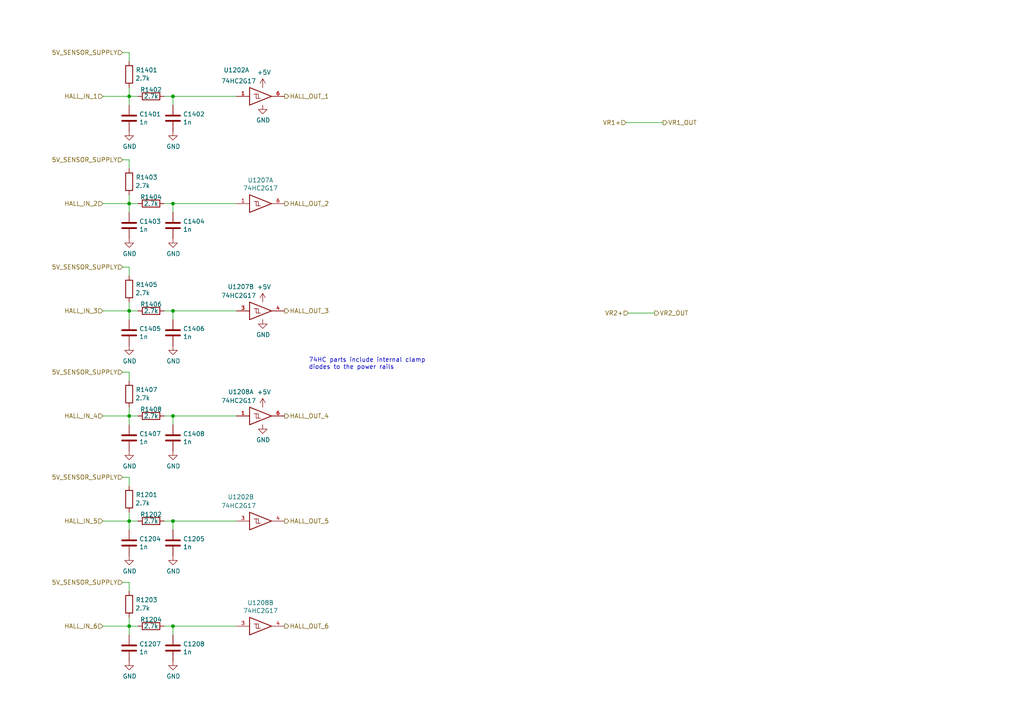
<source format=kicad_sch>
(kicad_sch (version 20211123) (generator eeschema)
  (paper "A4")
  (title_block (title "rusEfi Proteus") (date "2022-04-09") (rev "v0.7") (company "rusEFI") (comment 1 "github.com/mck1117/proteus") (comment 2 "rusefi.com/s/proteus"))
  (lib_symbols
    (symbol "74xGxx:74LVC2G17" (pin_names (offset 1.016))
      (property "Reference" "U" (at -2.54 3.81 0))
      (property "Value" "74LVC2G17" (at 0 -3.81 0))
      (symbol "74LVC2G17_0_1"
        (polyline (pts (xy -1.905 0.635) (xy -1.27 0.635) (xy -1.27 -0.635)))
        (polyline (pts (xy -3.81 2.54) (xy -3.81 -2.54) (xy 2.54 0) (xy -3.81 2.54)) (stroke (width 0.254)))
        (polyline (pts (xy -2.54 0.635) (xy -1.905 0.635) (xy -1.905 -0.635) (xy -0.635 -0.635)))
        (pin power_in line (at 0 -2.54 270) (length 0) hide (name "GND") (number "2"))
        (pin power_in line (at 0 2.54 90) (length 0) hide (name "VCC") (number "5"))
      )
      (symbol "74LVC2G17_1_1"
        (pin input line (at -7.62 0 0) (length 3.81) (name "~") (number "1"))
        (pin output line (at 6.35 0 180) (length 3.81) (name "~") (number "6"))
      )
      (symbol "74LVC2G17_2_1"
        (pin input line (at -7.62 0 0) (length 3.81) (name "~") (number "3"))
        (pin output line (at 6.35 0 180) (length 3.81) (name "~") (number "4"))
      )
    )
    (symbol "Device:C" (pin_numbers hide) (pin_names (offset 0.254))
      (property "Reference" "C" (at 0.635 2.54 0))
      (property "Value" "C" (at 0.635 -2.54 0))
      (symbol "C_0_1"
        (polyline (pts (xy -2.032 -0.762) (xy 2.032 -0.762)) (stroke (width 0.508)))
        (polyline (pts (xy -2.032 0.762) (xy 2.032 0.762)) (stroke (width 0.508)))
      )
      (symbol "C_1_1"
        (pin passive line (at 0 3.81 270) (length 2.794) (name "~") (number "1"))
        (pin passive line (at 0 -3.81 90) (length 2.794) (name "~") (number "2"))
      )
    )
    (symbol "Device:R" (pin_numbers hide) (pin_names (offset 0))
      (property "Reference" "R" (at 2.032 0 90))
      (property "Value" "R" (at 0 0 90))
      (symbol "R_0_1"
        (rectangle (start -1.016 -2.54) (end 1.016 2.54) (stroke (width 0.254)))
      )
      (symbol "R_1_1"
        (pin passive line (at 0 3.81 270) (length 1.27) (name "~") (number "1"))
        (pin passive line (at 0 -3.81 90) (length 1.27) (name "~") (number "2"))
      )
    )
    (symbol "power:+5V" (power) (pin_names (offset 0))
      (property "Value" "+5V" (at 0 3.556 0))
      (symbol "+5V_0_1"
        (polyline (pts (xy -0.762 1.27) (xy 0 2.54)))
        (polyline (pts (xy 0 0) (xy 0 2.54)))
        (polyline (pts (xy 0 2.54) (xy 0.762 1.27)))
      )
      (symbol "+5V_1_1"
        (pin power_in line (at 0 0 90) (length 0) hide (name "+5V") (number "1"))
      )
    )
    (symbol "power:GND" (power) (pin_names (offset 0))
      (property "Value" "GND" (at 0 -3.81 0))
      (symbol "GND_0_1"
        (polyline (pts (xy 0 0) (xy 0 -1.27) (xy 1.27 -1.27) (xy 0 -2.54) (xy -1.27 -1.27) (xy 0 -1.27)))
      )
      (symbol "GND_1_1"
        (pin power_in line (at 0 0 270) (length 0) hide (name "GND") (number "1"))
      )
    )
  )
  (junction (at 37.465 120.65))
  (junction (at 37.465 151.13))
  (junction (at 50.165 27.94))
  (junction (at 50.165 90.17))
  (junction (at 37.465 181.61))
  (junction (at 50.165 120.65))
  (junction (at 37.465 59.055))
  (junction (at 50.165 181.61))
  (junction (at 50.165 59.055))
  (junction (at 50.165 151.13))
  (junction (at 37.465 90.17))
  (junction (at 37.465 27.94))
  (wire (pts (xy 37.465 118.11) (xy 37.465 120.65)))
  (wire (pts (xy 37.465 120.65) (xy 40.005 120.65)))
  (wire (pts (xy 50.165 90.17) (xy 47.625 90.17)))
  (wire (pts (xy 29.845 27.94) (xy 37.465 27.94)))
  (wire (pts (xy 35.56 138.43) (xy 37.465 138.43)))
  (wire (pts (xy 50.165 151.13) (xy 50.165 153.67)))
  (wire (pts (xy 35.56 168.91) (xy 37.465 168.91)))
  (wire (pts (xy 37.465 181.61) (xy 40.005 181.61)))
  (wire (pts (xy 29.845 120.65) (xy 37.465 120.65)))
  (wire (pts (xy 29.845 59.055) (xy 37.465 59.055)))
  (wire (pts (xy 37.465 107.95) (xy 37.465 110.49)))
  (wire (pts (xy 37.465 87.63) (xy 37.465 90.17)))
  (wire (pts (xy 50.165 59.055) (xy 47.625 59.055)))
  (wire (pts (xy 37.465 90.17) (xy 40.005 90.17)))
  (wire (pts (xy 37.465 153.67) (xy 37.465 151.13)))
  (wire (pts (xy 50.165 181.61) (xy 47.625 181.61)))
  (wire (pts (xy 50.165 27.94) (xy 68.58 27.94)))
  (wire (pts (xy 50.165 181.61) (xy 50.165 184.15)))
  (wire (pts (xy 181.61 35.56) (xy 192.3049 35.56)))
  (wire (pts (xy 29.845 90.17) (xy 37.465 90.17)))
  (wire (pts (xy 37.465 148.59) (xy 37.465 151.13)))
  (wire (pts (xy 35.56 15.24) (xy 37.465 15.24)))
  (wire (pts (xy 50.165 181.61) (xy 68.58 181.61)))
  (wire (pts (xy 50.165 59.055) (xy 68.58 59.055)))
  (wire (pts (xy 50.165 27.94) (xy 50.165 30.48)))
  (wire (pts (xy 35.56 77.47) (xy 37.465 77.47)))
  (wire (pts (xy 37.465 61.595) (xy 37.465 59.055)))
  (wire (pts (xy 37.465 151.13) (xy 40.005 151.13)))
  (wire (pts (xy 50.165 90.17) (xy 68.58 90.17)))
  (wire (pts (xy 29.845 151.13) (xy 37.465 151.13)))
  (wire (pts (xy 37.465 179.07) (xy 37.465 181.61)))
  (wire (pts (xy 37.465 92.71) (xy 37.465 90.17)))
  (wire (pts (xy 50.165 120.65) (xy 68.58 120.65)))
  (wire (pts (xy 50.165 90.17) (xy 50.165 92.71)))
  (wire (pts (xy 37.465 184.15) (xy 37.465 181.61)))
  (wire (pts (xy 37.465 59.055) (xy 40.005 59.055)))
  (wire (pts (xy 37.465 56.515) (xy 37.465 59.055)))
  (wire (pts (xy 50.165 59.055) (xy 50.165 61.595)))
  (wire (pts (xy 37.465 138.43) (xy 37.465 140.97)))
  (wire (pts (xy 37.465 27.94) (xy 40.005 27.94)))
  (wire (pts (xy 37.465 30.48) (xy 37.465 27.94)))
  (wire (pts (xy 29.845 181.61) (xy 37.465 181.61)))
  (wire (pts (xy 37.465 15.24) (xy 37.465 17.78)))
  (wire (pts (xy 50.165 151.13) (xy 47.625 151.13)))
  (wire (pts (xy 50.165 27.94) (xy 47.625 27.94)))
  (wire (pts (xy 35.56 46.355) (xy 37.465 46.355)))
  (wire (pts (xy 37.465 46.355) (xy 37.465 48.895)))
  (wire (pts (xy 37.465 123.19) (xy 37.465 120.65)))
  (wire (pts (xy 35.56 107.95) (xy 37.465 107.95)))
  (wire (pts (xy 37.465 77.47) (xy 37.465 80.01)))
  (wire (pts (xy 37.465 25.4) (xy 37.465 27.94)))
  (wire (pts (xy 50.165 151.13) (xy 68.58 151.13)))
  (wire (pts (xy 37.465 168.91) (xy 37.465 171.45)))
  (wire (pts (xy 50.165 120.65) (xy 50.165 123.19)))
  (wire (pts (xy 182.245 90.805) (xy 189.865 90.805)))
  (wire (pts (xy 50.165 120.65) (xy 47.625 120.65)))
  (text "74HC parts include internal clamp\ndiodes to the power rails\n" (at 89.535 107.315 0) (effects (font (size 1.27 1.27)) (justify left bottom)))
  (hierarchical_label "HALL_OUT_1" (shape output) (at 82.55 27.94 0))
  (hierarchical_label "5V_SENSOR_SUPPLY" (shape input) (at 35.56 107.95 180))
  (hierarchical_label "HALL_OUT_2" (shape output) (at 82.55 59.055 0))
  (hierarchical_label "5V_SENSOR_SUPPLY" (shape input) (at 35.56 138.43 180))
  (hierarchical_label "HALL_IN_6" (shape input) (at 29.845 181.61 180))
  (hierarchical_label "HALL_OUT_5" (shape output) (at 82.55 151.13 0))
  (hierarchical_label "VR1+" (shape input) (at 181.61 35.56 180))
  (hierarchical_label "HALL_IN_3" (shape input) (at 29.845 90.17 180))
  (hierarchical_label "HALL_OUT_3" (shape output) (at 82.55 90.17 0))
  (hierarchical_label "5V_SENSOR_SUPPLY" (shape input) (at 35.56 77.47 180))
  (hierarchical_label "5V_SENSOR_SUPPLY" (shape input) (at 35.56 15.24 180))
  (hierarchical_label "HALL_IN_2" (shape input) (at 29.845 59.055 180))
  (hierarchical_label "VR1_OUT" (shape output) (at 192.3049 35.56 0))
  (hierarchical_label "HALL_IN_5" (shape input) (at 29.845 151.13 180))
  (hierarchical_label "VR2_OUT" (shape output) (at 189.865 90.805 0))
  (hierarchical_label "HALL_OUT_6" (shape output) (at 82.55 181.61 0))
  (hierarchical_label "5V_SENSOR_SUPPLY" (shape input) (at 35.56 168.91 180))
  (hierarchical_label "5V_SENSOR_SUPPLY" (shape input) (at 35.56 46.355 180))
  (hierarchical_label "HALL_OUT_4" (shape output) (at 82.55 120.65 0))
  (hierarchical_label "VR2+" (shape input) (at 182.245 90.805 180))
  (hierarchical_label "HALL_IN_1" (shape input) (at 29.845 27.94 180))
  (hierarchical_label "HALL_IN_4" (shape input) (at 29.845 120.65 180))
  (symbol (lib_id "Device:R") (at 37.465 144.78 0) (unit 1)
    (property "Reference" "R1201" (at 39.37 143.51 0) (effects (justify left)))
    (property "Value" "2.7k" (at 39.243 145.923 0) (effects (justify left)))
    (property "Footprint" "Resistor_SMD:R_0603_1608Metric" (effects hide))
    (property "LCSC" "C13167" (effects hide))
    (property "LCSC_ext" "0" (effects hide))
  )
  (symbol (lib_id "Device:R") (at 43.815 151.13 270) (unit 1)
    (property "Reference" "R1202" (at 43.815 149.225 90))
    (property "Value" "2.7k" (at 43.815 151.13 90))
    (property "Footprint" "Resistor_SMD:R_0603_1608Metric" (effects hide))
    (property "LCSC" "C13167" (effects hide))
    (property "LCSC_ext" "0" (effects hide))
  )
  (symbol (lib_id "Device:C") (at 50.165 157.48 0) (unit 1)
    (property "Reference" "C1205" (at 53.086 156.3116 0) (effects (justify left)))
    (property "Value" "1n" (at 53.086 158.623 0) (effects (justify left)))
    (property "Footprint" "Capacitor_SMD:C_0603_1608Metric" (effects hide))
    (property "LCSC" "C1588" (effects hide))
    (property "LCSC_ext" "0" (effects hide))
  )
  (symbol (lib_id "power:GND") (at 50.165 161.29 0) (unit 1)
    (property "Reference" "#PWR0113" (effects hide))
    (property "Value" "GND" (at 50.292 165.6842 0))
  )
  (symbol (lib_id "Device:C") (at 37.465 157.48 0) (unit 1)
    (property "Reference" "C1204" (at 40.386 156.3116 0) (effects (justify left)))
    (property "Value" "1n" (at 40.386 158.623 0) (effects (justify left)))
    (property "Footprint" "Capacitor_SMD:C_0603_1608Metric" (effects hide))
    (property "LCSC" "C1588" (effects hide))
    (property "LCSC_ext" "0" (effects hide))
  )
  (symbol (lib_id "power:GND") (at 37.465 161.29 0) (unit 1)
    (property "Reference" "#PWR0115" (effects hide))
    (property "Value" "GND" (at 37.592 165.6842 0))
  )
  (symbol (lib_id "Device:R") (at 37.465 175.26 0) (unit 1)
    (property "Reference" "R1203" (at 39.37 173.99 0) (effects (justify left)))
    (property "Value" "2.7k" (at 39.243 176.403 0) (effects (justify left)))
    (property "Footprint" "Resistor_SMD:R_0603_1608Metric" (effects hide))
    (property "LCSC" "C13167" (effects hide))
    (property "LCSC_ext" "0" (effects hide))
  )
  (symbol (lib_id "Device:R") (at 43.815 181.61 270) (unit 1)
    (property "Reference" "R1204" (at 43.815 179.705 90))
    (property "Value" "2.7k" (at 43.815 181.61 90))
    (property "Footprint" "Resistor_SMD:R_0603_1608Metric" (effects hide))
    (property "LCSC" "C13167" (effects hide))
    (property "LCSC_ext" "0" (effects hide))
  )
  (symbol (lib_id "Device:C") (at 50.165 187.96 0) (unit 1)
    (property "Reference" "C1208" (at 53.086 186.7916 0) (effects (justify left)))
    (property "Value" "1n" (at 53.086 189.103 0) (effects (justify left)))
    (property "Footprint" "Capacitor_SMD:C_0603_1608Metric" (effects hide))
    (property "LCSC" "C1588" (effects hide))
    (property "LCSC_ext" "0" (effects hide))
  )
  (symbol (lib_id "power:GND") (at 50.165 191.77 0) (unit 1)
    (property "Reference" "#PWR0117" (effects hide))
    (property "Value" "GND" (at 50.292 196.1642 0))
  )
  (symbol (lib_id "Device:C") (at 37.465 187.96 0) (unit 1)
    (property "Reference" "C1207" (at 40.386 186.7916 0) (effects (justify left)))
    (property "Value" "1n" (at 40.386 189.103 0) (effects (justify left)))
    (property "Footprint" "Capacitor_SMD:C_0603_1608Metric" (effects hide))
    (property "LCSC" "C1588" (effects hide))
    (property "LCSC_ext" "0" (effects hide))
  )
  (symbol (lib_id "power:GND") (at 37.465 191.77 0) (unit 1)
    (property "Reference" "#PWR0119" (effects hide))
    (property "Value" "GND" (at 37.592 196.1642 0))
  )
  (symbol (lib_id "Device:R") (at 37.465 21.59 0) (unit 1)
    (property "Reference" "R1401" (at 39.37 20.32 0) (effects (justify left)))
    (property "Value" "2.7k" (at 39.243 22.733 0) (effects (justify left)))
    (property "Footprint" "Resistor_SMD:R_0603_1608Metric" (effects hide))
    (property "LCSC" "C13167" (effects hide))
    (property "LCSC_ext" "0" (effects hide))
  )
  (symbol (lib_id "Device:R") (at 43.815 27.94 270) (unit 1)
    (property "Reference" "R1402" (at 43.815 26.035 90))
    (property "Value" "2.7k" (at 43.815 27.94 90))
    (property "Footprint" "Resistor_SMD:R_0603_1608Metric" (effects hide))
    (property "LCSC" "C13167" (effects hide))
    (property "LCSC_ext" "0" (effects hide))
  )
  (symbol (lib_id "Device:C") (at 50.165 34.29 0) (unit 1)
    (property "Reference" "C1402" (at 53.086 33.1216 0) (effects (justify left)))
    (property "Value" "1n" (at 53.086 35.433 0) (effects (justify left)))
    (property "Footprint" "Capacitor_SMD:C_0603_1608Metric" (effects hide))
    (property "LCSC" "C1588" (effects hide))
    (property "LCSC_ext" "0" (effects hide))
  )
  (symbol (lib_id "power:GND") (at 50.165 38.1 0) (unit 1)
    (property "Reference" "#PWR01404" (effects hide))
    (property "Value" "GND" (at 50.292 42.4942 0))
  )
  (symbol (lib_id "Device:C") (at 37.465 34.29 0) (unit 1)
    (property "Reference" "C1401" (at 40.386 33.1216 0) (effects (justify left)))
    (property "Value" "1n" (at 40.386 35.433 0) (effects (justify left)))
    (property "Footprint" "Capacitor_SMD:C_0603_1608Metric" (effects hide))
    (property "LCSC" "C1588" (effects hide))
    (property "LCSC_ext" "0" (effects hide))
  )
  (symbol (lib_id "power:GND") (at 37.465 38.1 0) (unit 1)
    (property "Reference" "#PWR01403" (effects hide))
    (property "Value" "GND" (at 37.592 42.4942 0))
  )
  (symbol (lib_id "Device:R") (at 37.465 52.705 0) (unit 1)
    (property "Reference" "R1403" (at 39.37 51.435 0) (effects (justify left)))
    (property "Value" "2.7k" (at 39.243 53.848 0) (effects (justify left)))
    (property "Footprint" "Resistor_SMD:R_0603_1608Metric" (effects hide))
    (property "LCSC" "C13167" (effects hide))
    (property "LCSC_ext" "0" (effects hide))
  )
  (symbol (lib_id "Device:R") (at 43.815 59.055 270) (unit 1)
    (property "Reference" "R1404" (at 43.815 57.15 90))
    (property "Value" "2.7k" (at 43.815 59.055 90))
    (property "Footprint" "Resistor_SMD:R_0603_1608Metric" (effects hide))
    (property "LCSC" "C13167" (effects hide))
    (property "LCSC_ext" "0" (effects hide))
  )
  (symbol (lib_id "Device:C") (at 50.165 65.405 0) (unit 1)
    (property "Reference" "C1404" (at 53.086 64.2366 0) (effects (justify left)))
    (property "Value" "1n" (at 53.086 66.548 0) (effects (justify left)))
    (property "Footprint" "Capacitor_SMD:C_0603_1608Metric" (effects hide))
    (property "LCSC" "C1588" (effects hide))
    (property "LCSC_ext" "0" (effects hide))
  )
  (symbol (lib_id "power:GND") (at 50.165 69.215 0) (unit 1)
    (property "Reference" "#PWR01408" (effects hide))
    (property "Value" "GND" (at 50.292 73.6092 0))
  )
  (symbol (lib_id "Device:C") (at 37.465 65.405 0) (unit 1)
    (property "Reference" "C1403" (at 40.386 64.2366 0) (effects (justify left)))
    (property "Value" "1n" (at 40.386 66.548 0) (effects (justify left)))
    (property "Footprint" "Capacitor_SMD:C_0603_1608Metric" (effects hide))
    (property "LCSC" "C1588" (effects hide))
    (property "LCSC_ext" "0" (effects hide))
  )
  (symbol (lib_id "power:GND") (at 37.465 69.215 0) (unit 1)
    (property "Reference" "#PWR01407" (effects hide))
    (property "Value" "GND" (at 37.592 73.6092 0))
  )
  (symbol (lib_id "Device:R") (at 37.465 83.82 0) (unit 1)
    (property "Reference" "R1405" (at 39.37 82.55 0) (effects (justify left)))
    (property "Value" "2.7k" (at 39.243 84.963 0) (effects (justify left)))
    (property "Footprint" "Resistor_SMD:R_0603_1608Metric" (effects hide))
    (property "LCSC" "C13167" (effects hide))
    (property "LCSC_ext" "0" (effects hide))
  )
  (symbol (lib_id "Device:R") (at 43.815 90.17 270) (unit 1)
    (property "Reference" "R1406" (at 43.815 88.265 90))
    (property "Value" "2.7k" (at 43.815 90.17 90))
    (property "Footprint" "Resistor_SMD:R_0603_1608Metric" (effects hide))
    (property "LCSC" "C13167" (effects hide))
    (property "LCSC_ext" "0" (effects hide))
  )
  (symbol (lib_id "Device:C") (at 50.165 96.52 0) (unit 1)
    (property "Reference" "C1406" (at 53.086 95.3516 0) (effects (justify left)))
    (property "Value" "1n" (at 53.086 97.663 0) (effects (justify left)))
    (property "Footprint" "Capacitor_SMD:C_0603_1608Metric" (effects hide))
    (property "LCSC" "C1588" (effects hide))
    (property "LCSC_ext" "0" (effects hide))
  )
  (symbol (lib_id "power:GND") (at 50.165 100.33 0) (unit 1)
    (property "Reference" "#PWR01412" (effects hide))
    (property "Value" "GND" (at 50.292 104.7242 0))
  )
  (symbol (lib_id "Device:C") (at 37.465 96.52 0) (unit 1)
    (property "Reference" "C1405" (at 40.386 95.3516 0) (effects (justify left)))
    (property "Value" "1n" (at 40.386 97.663 0) (effects (justify left)))
    (property "Footprint" "Capacitor_SMD:C_0603_1608Metric" (effects hide))
    (property "LCSC" "C1588" (effects hide))
    (property "LCSC_ext" "0" (effects hide))
  )
  (symbol (lib_id "power:GND") (at 37.465 100.33 0) (unit 1)
    (property "Reference" "#PWR01411" (effects hide))
    (property "Value" "GND" (at 37.592 104.7242 0))
  )
  (symbol (lib_id "Device:R") (at 37.465 114.3 0) (unit 1)
    (property "Reference" "R1407" (at 39.37 113.03 0) (effects (justify left)))
    (property "Value" "2.7k" (at 39.243 115.443 0) (effects (justify left)))
    (property "Footprint" "Resistor_SMD:R_0603_1608Metric" (effects hide))
    (property "LCSC" "C13167" (effects hide))
    (property "LCSC_ext" "0" (effects hide))
  )
  (symbol (lib_id "Device:R") (at 43.815 120.65 270) (unit 1)
    (property "Reference" "R1408" (at 43.815 118.745 90))
    (property "Value" "2.7k" (at 43.815 120.65 90))
    (property "Footprint" "Resistor_SMD:R_0603_1608Metric" (effects hide))
    (property "LCSC" "C13167" (effects hide))
    (property "LCSC_ext" "0" (effects hide))
  )
  (symbol (lib_id "Device:C") (at 50.165 127 0) (unit 1)
    (property "Reference" "C1408" (at 53.086 125.8316 0) (effects (justify left)))
    (property "Value" "1n" (at 53.086 128.143 0) (effects (justify left)))
    (property "Footprint" "Capacitor_SMD:C_0603_1608Metric" (effects hide))
    (property "LCSC" "C1588" (effects hide))
    (property "LCSC_ext" "0" (effects hide))
  )
  (symbol (lib_id "power:GND") (at 50.165 130.81 0) (unit 1)
    (property "Reference" "#PWR01416" (effects hide))
    (property "Value" "GND" (at 50.292 135.2042 0))
  )
  (symbol (lib_id "Device:C") (at 37.465 127 0) (unit 1)
    (property "Reference" "C1407" (at 40.386 125.8316 0) (effects (justify left)))
    (property "Value" "1n" (at 40.386 128.143 0) (effects (justify left)))
    (property "Footprint" "Capacitor_SMD:C_0603_1608Metric" (effects hide))
    (property "LCSC" "C1588" (effects hide))
    (property "LCSC_ext" "0" (effects hide))
  )
  (symbol (lib_id "power:GND") (at 37.465 130.81 0) (unit 1)
    (property "Reference" "#PWR01415" (effects hide))
    (property "Value" "GND" (at 37.592 135.2042 0))
  )
  (symbol (lib_id "74xGxx:74LVC2G17") (at 76.2 90.17 0) (unit 2)
    (property "Reference" "U1207" (at 69.85 83.185 0))
    (property "Value" "74HC2G17" (at 69.215 85.725 0))
    (property "Footprint" "Package_TO_SOT_SMD:SOT-363_SC-70-6" (effects hide))
    (property "Datasheet" "http://www.ti.com/lit/sg/scyt129e/scyt129e.pdf" (effects hide))
    (property "LCSC" "C94189" (effects hide))
    (property "LCSC_ext" "1" (effects hide))
    (property "PN" "74HC2G17GW" (effects hide))
  )
  (symbol (lib_id "74xGxx:74LVC2G17") (at 76.2 59.055 0) (unit 1)
    (property "Reference" "U1207" (at 75.565 52.2732 0))
    (property "Value" "74HC2G17" (at 75.565 54.5846 0))
    (property "Footprint" "Package_TO_SOT_SMD:SOT-363_SC-70-6" (effects hide))
    (property "Datasheet" "http://www.ti.com/lit/sg/scyt129e/scyt129e.pdf" (effects hide))
    (property "LCSC" "C94189" (effects hide))
    (property "LCSC_ext" "1" (effects hide))
    (property "PN" "74HC2G17GW" (effects hide))
  )
  (symbol (lib_id "power:GND") (at 76.2 92.71 0) (unit 1)
    (property "Reference" "#PWR0281" (effects hide))
    (property "Value" "GND" (at 76.327 97.1042 0))
  )
  (symbol (lib_id "74xGxx:74LVC2G17") (at 76.2 27.94 0) (unit 1)
    (property "Reference" "U1202" (at 68.58 20.32 0))
    (property "Value" "74HC2G17" (at 69.215 23.495 0))
    (property "Footprint" "Package_TO_SOT_SMD:SOT-363_SC-70-6" (effects hide))
    (property "Datasheet" "http://www.ti.com/lit/sg/scyt129e/scyt129e.pdf" (effects hide))
    (property "LCSC" "C94189" (effects hide))
    (property "LCSC_ext" "1" (effects hide))
    (property "PN" "74HC2G17GW" (effects hide))
  )
  (symbol (lib_id "74xGxx:74LVC2G17") (at 76.2 151.13 0) (unit 2)
    (property "Reference" "U1202" (at 69.85 144.145 0))
    (property "Value" "74HC2G17" (at 69.215 146.685 0))
    (property "Footprint" "Package_TO_SOT_SMD:SOT-363_SC-70-6" (effects hide))
    (property "Datasheet" "http://www.ti.com/lit/sg/scyt129e/scyt129e.pdf" (effects hide))
    (property "LCSC" "C94189" (effects hide))
    (property "LCSC_ext" "1" (effects hide))
    (property "PN" "74HC2G17GW" (effects hide))
  )
  (symbol (lib_id "power:GND") (at 76.2 30.48 0) (unit 1)
    (property "Reference" "#PWR0122" (effects hide))
    (property "Value" "GND" (at 76.327 34.8742 0))
  )
  (symbol (lib_id "74xGxx:74LVC2G17") (at 76.2 120.65 0) (unit 1)
    (property "Reference" "U1208" (at 69.85 113.665 0))
    (property "Value" "74HC2G17" (at 69.215 116.205 0))
    (property "Footprint" "Package_TO_SOT_SMD:SOT-363_SC-70-6" (effects hide))
    (property "Datasheet" "http://www.ti.com/lit/sg/scyt129e/scyt129e.pdf" (effects hide))
    (property "LCSC" "C94189" (effects hide))
    (property "LCSC_ext" "1" (effects hide))
    (property "PN" "74HC2G17GW" (effects hide))
  )
  (symbol (lib_id "74xGxx:74LVC2G17") (at 76.2 181.61 0) (unit 2)
    (property "Reference" "U1208" (at 75.565 174.8282 0))
    (property "Value" "74HC2G17" (at 75.565 177.1396 0))
    (property "Footprint" "Package_TO_SOT_SMD:SOT-363_SC-70-6" (effects hide))
    (property "Datasheet" "http://www.ti.com/lit/sg/scyt129e/scyt129e.pdf" (effects hide))
    (property "LCSC" "C94189" (effects hide))
    (property "LCSC_ext" "1" (effects hide))
    (property "PN" "74HC2G17GW" (effects hide))
  )
  (symbol (lib_id "power:GND") (at 76.2 123.19 0) (unit 1)
    (property "Reference" "#PWR0285" (effects hide))
    (property "Value" "GND" (at 76.327 127.5842 0))
  )
  (symbol (lib_id "power:+5V") (at 76.2 118.11 0) (unit 1)
    (property "Reference" "#PWR0114" (effects hide))
    (property "Value" "+5V" (at 76.581 113.7158 0))
  )
  (symbol (lib_id "power:+5V") (at 76.2 87.63 0) (unit 1)
    (property "Reference" "#PWR0116" (effects hide))
    (property "Value" "+5V" (at 76.581 83.2358 0))
  )
  (symbol (lib_id "power:+5V") (at 76.2 25.4 0) (unit 1)
    (property "Reference" "#PWR0118" (effects hide))
    (property "Value" "+5V" (at 76.581 21.0058 0))
  )
)
</source>
